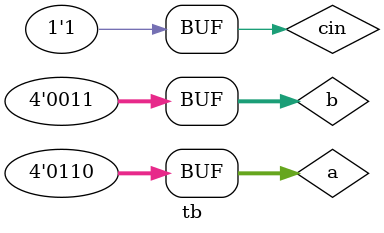
<source format=v>
module carry_look( a,b,cin,s,cout);
  
  input [3:0] a,b;
  input cin;
  output [3:0] s;
  output cout;
  wire [3:0] ci;
  
  assign ci[0] = cin;
  assign ci[1] = (a[0] & b[0]) | ((a[0] ^ b[0]) & ci[0]);
  assign ci[2] = (a[1] & b[1]) | ((a[1] ^ b[1]) & ((a[0] & b[0]) | ((a[0] ^ b[0]) & ci[0])));
  assign ci[3] = (a[2] & b[2]) | ((a[2] ^ b[2]) & ((a[1] & b[1]) | ((a[1] ^ b[1]) &   ((a[0] & b[0]) | ((a[0] ^ b[0]) & ci[0] )))));
                               
  assign cout = (a[3] & b[3]) | ((a[3] ^ b[3]) & ((a[2] & b[2]) | ((a[2] ^ b[2]) & ((a[1] & b[1]) | ((a[1] ^ b[1]) &   ((a[0] & b[0]) | ((a[0] ^ b[0]) & ci[0]) ))))));
                                                             
                                                             
 assign s = a^b^ci;
                                                             
endmodule




module tb;
  reg [3:0] a,b;
  reg cin;
  wire [3:0] s;
  wire cout;
  wire [3:0] ci;
  
  carry_look c1(.a(a),.b(b),.cin(cin),.s(s),.cout(cout));
  
  initial begin
    $monitor(" a= %0b b =%0b cin =%0b s=%0b cout=%0b",a,b,cin,s,cout);    
    a = 4; b = 2;cin = 1; #1;
      a = 1; b = 2; cin =1; #1;
     a = 3; b = 4; cin =1;#1;
      a = 6; b = 3;cin=1; #1;
    
  end
endmodule

</source>
